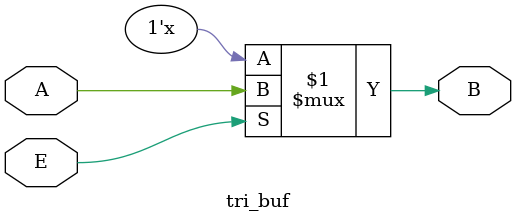
<source format=v>
module tri_buf (
    A,
    B,
    E
);
    input A, E;
    output B;

    assign B = (E) ? A : 1'bz;
endmodule

</source>
